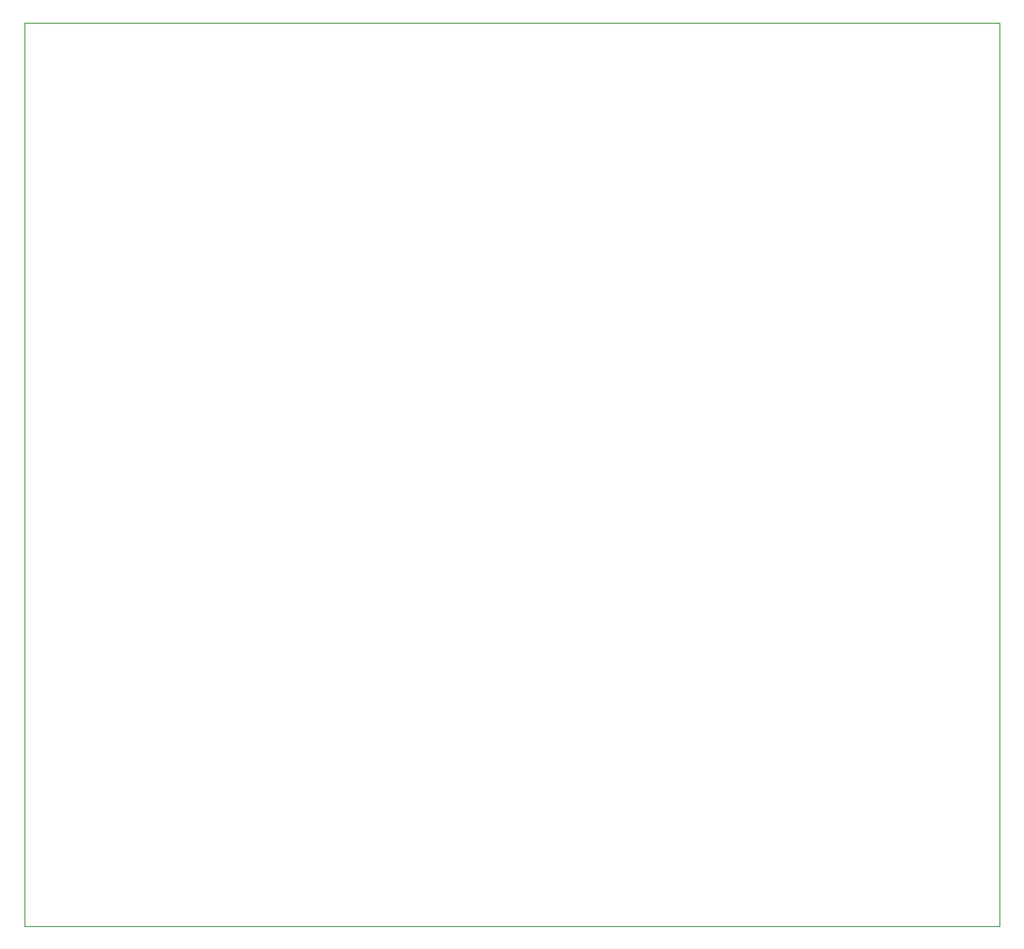
<source format=gbr>
%TF.GenerationSoftware,KiCad,Pcbnew,8.0.8*%
%TF.CreationDate,2025-03-23T18:30:03-07:00*%
%TF.ProjectId,Turtlepad Finalplz,54757274-6c65-4706-9164-2046696e616c,rev?*%
%TF.SameCoordinates,Original*%
%TF.FileFunction,Profile,NP*%
%FSLAX46Y46*%
G04 Gerber Fmt 4.6, Leading zero omitted, Abs format (unit mm)*
G04 Created by KiCad (PCBNEW 8.0.8) date 2025-03-23 18:30:03*
%MOMM*%
%LPD*%
G01*
G04 APERTURE LIST*
%TA.AperFunction,Profile*%
%ADD10C,0.050000*%
%TD*%
G04 APERTURE END LIST*
D10*
X61912500Y-42862500D02*
X159543750Y-42862500D01*
X159543750Y-133350000D01*
X61912500Y-133350000D01*
X61912500Y-42862500D01*
M02*

</source>
